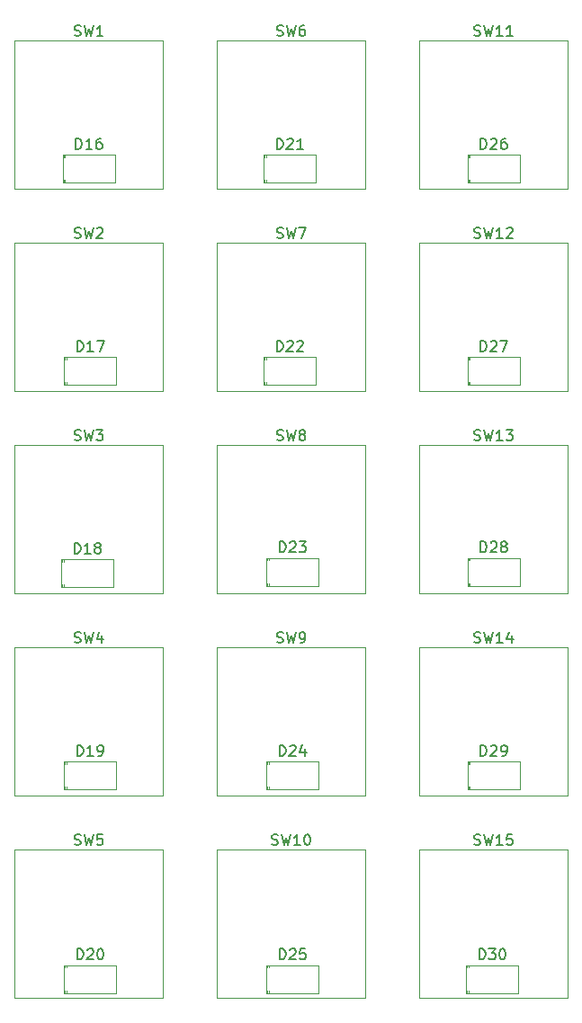
<source format=gbr>
G04 #@! TF.GenerationSoftware,KiCad,Pcbnew,(6.0.0-rc1-dev-113-g3868f21)*
G04 #@! TF.CreationDate,2018-09-11T18:01:50-04:00*
G04 #@! TF.ProjectId,CNCKeypad,434E434B65797061642E6B696361645F,rev?*
G04 #@! TF.SameCoordinates,Original*
G04 #@! TF.FileFunction,Legend,Top*
G04 #@! TF.FilePolarity,Positive*
%FSLAX46Y46*%
G04 Gerber Fmt 4.6, Leading zero omitted, Abs format (unit mm)*
G04 Created by KiCad (PCBNEW (6.0.0-rc1-dev-113-g3868f21)) date Tuesday, September 11, 2018 at 06:01:50 PM*
%MOMM*%
%LPD*%
G01*
G04 APERTURE LIST*
%ADD10C,0.120000*%
%ADD11C,0.150000*%
G04 APERTURE END LIST*
D10*
G04 #@! TO.C,SW6*
X115189000Y-77343000D02*
X115189000Y-63373000D01*
X129159000Y-77343000D02*
X115189000Y-77343000D01*
X129159000Y-63373000D02*
X129159000Y-77343000D01*
X115189000Y-63373000D02*
X129159000Y-63373000D01*
G04 #@! TO.C,SW1*
X96139000Y-77343000D02*
X96139000Y-63373000D01*
X110109000Y-77343000D02*
X96139000Y-77343000D01*
X110109000Y-63373000D02*
X110109000Y-77343000D01*
X96139000Y-63373000D02*
X110109000Y-63373000D01*
G04 #@! TO.C,SW12*
X134239000Y-96393000D02*
X134239000Y-82423000D01*
X148209000Y-96393000D02*
X134239000Y-96393000D01*
X148209000Y-82423000D02*
X148209000Y-96393000D01*
X134239000Y-82423000D02*
X148209000Y-82423000D01*
G04 #@! TO.C,SW11*
X134239000Y-77343000D02*
X134239000Y-63373000D01*
X148209000Y-77343000D02*
X134239000Y-77343000D01*
X148209000Y-63373000D02*
X148209000Y-77343000D01*
X134239000Y-63373000D02*
X148209000Y-63373000D01*
G04 #@! TO.C,SW13*
X134239000Y-115443000D02*
X134239000Y-101473000D01*
X148209000Y-115443000D02*
X134239000Y-115443000D01*
X148209000Y-101473000D02*
X148209000Y-115443000D01*
X134239000Y-101473000D02*
X148209000Y-101473000D01*
G04 #@! TO.C,SW2*
X96139000Y-96393000D02*
X96139000Y-82423000D01*
X110109000Y-96393000D02*
X96139000Y-96393000D01*
X110109000Y-82423000D02*
X110109000Y-96393000D01*
X96139000Y-82423000D02*
X110109000Y-82423000D01*
G04 #@! TO.C,SW3*
X96139000Y-115443000D02*
X96139000Y-101473000D01*
X110109000Y-115443000D02*
X96139000Y-115443000D01*
X110109000Y-101473000D02*
X110109000Y-115443000D01*
X96139000Y-101473000D02*
X110109000Y-101473000D01*
G04 #@! TO.C,SW4*
X96139000Y-134493000D02*
X96139000Y-120523000D01*
X110109000Y-134493000D02*
X96139000Y-134493000D01*
X110109000Y-120523000D02*
X110109000Y-134493000D01*
X96139000Y-120523000D02*
X110109000Y-120523000D01*
G04 #@! TO.C,SW5*
X96139000Y-153543000D02*
X96139000Y-139573000D01*
X110109000Y-153543000D02*
X96139000Y-153543000D01*
X110109000Y-139573000D02*
X110109000Y-153543000D01*
X96139000Y-139573000D02*
X110109000Y-139573000D01*
G04 #@! TO.C,SW7*
X115189000Y-96393000D02*
X115189000Y-82423000D01*
X129159000Y-96393000D02*
X115189000Y-96393000D01*
X129159000Y-82423000D02*
X129159000Y-96393000D01*
X115189000Y-82423000D02*
X129159000Y-82423000D01*
G04 #@! TO.C,SW8*
X115189000Y-115443000D02*
X115189000Y-101473000D01*
X129159000Y-115443000D02*
X115189000Y-115443000D01*
X129159000Y-101473000D02*
X129159000Y-115443000D01*
X115189000Y-101473000D02*
X129159000Y-101473000D01*
G04 #@! TO.C,SW9*
X115189000Y-134493000D02*
X115189000Y-120523000D01*
X129159000Y-134493000D02*
X115189000Y-134493000D01*
X129159000Y-120523000D02*
X129159000Y-134493000D01*
X115189000Y-120523000D02*
X129159000Y-120523000D01*
G04 #@! TO.C,SW10*
X115189000Y-153543000D02*
X115189000Y-139573000D01*
X129159000Y-153543000D02*
X115189000Y-153543000D01*
X129159000Y-139573000D02*
X129159000Y-153543000D01*
X115189000Y-139573000D02*
X129159000Y-139573000D01*
G04 #@! TO.C,SW14*
X134239000Y-134493000D02*
X134239000Y-120523000D01*
X148209000Y-134493000D02*
X134239000Y-134493000D01*
X148209000Y-120523000D02*
X148209000Y-134493000D01*
X134239000Y-120523000D02*
X148209000Y-120523000D01*
G04 #@! TO.C,SW15*
X134239000Y-153543000D02*
X134239000Y-139573000D01*
X148209000Y-153543000D02*
X134239000Y-153543000D01*
X148209000Y-139573000D02*
X148209000Y-153543000D01*
X134239000Y-139573000D02*
X148209000Y-139573000D01*
G04 #@! TO.C,D16*
X100664000Y-74128000D02*
X105584000Y-74128000D01*
X100664000Y-76748000D02*
X105584000Y-76748000D01*
X100664000Y-74128000D02*
X100664000Y-76748000D01*
X105584000Y-74128000D02*
X105584000Y-76748000D01*
X100784000Y-74128000D02*
X100784000Y-74358000D01*
X100784000Y-76518000D02*
X100784000Y-76748000D01*
X100904000Y-74128000D02*
X100904000Y-74358000D01*
X100904000Y-76518000D02*
X100904000Y-76748000D01*
G04 #@! TO.C,D17*
X101031000Y-95568000D02*
X101031000Y-95798000D01*
X101031000Y-93178000D02*
X101031000Y-93408000D01*
X100911000Y-95568000D02*
X100911000Y-95798000D01*
X100911000Y-93178000D02*
X100911000Y-93408000D01*
X105711000Y-93178000D02*
X105711000Y-95798000D01*
X100791000Y-93178000D02*
X100791000Y-95798000D01*
X100791000Y-95798000D02*
X105711000Y-95798000D01*
X100791000Y-93178000D02*
X105711000Y-93178000D01*
G04 #@! TO.C,D18*
X100537000Y-112228000D02*
X105457000Y-112228000D01*
X100537000Y-114848000D02*
X105457000Y-114848000D01*
X100537000Y-112228000D02*
X100537000Y-114848000D01*
X105457000Y-112228000D02*
X105457000Y-114848000D01*
X100657000Y-112228000D02*
X100657000Y-112458000D01*
X100657000Y-114618000D02*
X100657000Y-114848000D01*
X100777000Y-112228000D02*
X100777000Y-112458000D01*
X100777000Y-114618000D02*
X100777000Y-114848000D01*
G04 #@! TO.C,D19*
X101031000Y-133668000D02*
X101031000Y-133898000D01*
X101031000Y-131278000D02*
X101031000Y-131508000D01*
X100911000Y-133668000D02*
X100911000Y-133898000D01*
X100911000Y-131278000D02*
X100911000Y-131508000D01*
X105711000Y-131278000D02*
X105711000Y-133898000D01*
X100791000Y-131278000D02*
X100791000Y-133898000D01*
X100791000Y-133898000D02*
X105711000Y-133898000D01*
X100791000Y-131278000D02*
X105711000Y-131278000D01*
G04 #@! TO.C,D20*
X100791000Y-150455000D02*
X105711000Y-150455000D01*
X100791000Y-153075000D02*
X105711000Y-153075000D01*
X100791000Y-150455000D02*
X100791000Y-153075000D01*
X105711000Y-150455000D02*
X105711000Y-153075000D01*
X100911000Y-150455000D02*
X100911000Y-150685000D01*
X100911000Y-152845000D02*
X100911000Y-153075000D01*
X101031000Y-150455000D02*
X101031000Y-150685000D01*
X101031000Y-152845000D02*
X101031000Y-153075000D01*
G04 #@! TO.C,D21*
X119827000Y-76518000D02*
X119827000Y-76748000D01*
X119827000Y-74128000D02*
X119827000Y-74358000D01*
X119707000Y-76518000D02*
X119707000Y-76748000D01*
X119707000Y-74128000D02*
X119707000Y-74358000D01*
X124507000Y-74128000D02*
X124507000Y-76748000D01*
X119587000Y-74128000D02*
X119587000Y-76748000D01*
X119587000Y-76748000D02*
X124507000Y-76748000D01*
X119587000Y-74128000D02*
X124507000Y-74128000D01*
G04 #@! TO.C,D22*
X119587000Y-93178000D02*
X124507000Y-93178000D01*
X119587000Y-95798000D02*
X124507000Y-95798000D01*
X119587000Y-93178000D02*
X119587000Y-95798000D01*
X124507000Y-93178000D02*
X124507000Y-95798000D01*
X119707000Y-93178000D02*
X119707000Y-93408000D01*
X119707000Y-95568000D02*
X119707000Y-95798000D01*
X119827000Y-93178000D02*
X119827000Y-93408000D01*
X119827000Y-95568000D02*
X119827000Y-95798000D01*
G04 #@! TO.C,D23*
X120081000Y-114491000D02*
X120081000Y-114721000D01*
X120081000Y-112101000D02*
X120081000Y-112331000D01*
X119961000Y-114491000D02*
X119961000Y-114721000D01*
X119961000Y-112101000D02*
X119961000Y-112331000D01*
X124761000Y-112101000D02*
X124761000Y-114721000D01*
X119841000Y-112101000D02*
X119841000Y-114721000D01*
X119841000Y-114721000D02*
X124761000Y-114721000D01*
X119841000Y-112101000D02*
X124761000Y-112101000D01*
G04 #@! TO.C,D24*
X119841000Y-131278000D02*
X124761000Y-131278000D01*
X119841000Y-133898000D02*
X124761000Y-133898000D01*
X119841000Y-131278000D02*
X119841000Y-133898000D01*
X124761000Y-131278000D02*
X124761000Y-133898000D01*
X119961000Y-131278000D02*
X119961000Y-131508000D01*
X119961000Y-133668000D02*
X119961000Y-133898000D01*
X120081000Y-131278000D02*
X120081000Y-131508000D01*
X120081000Y-133668000D02*
X120081000Y-133898000D01*
G04 #@! TO.C,D25*
X120081000Y-152845000D02*
X120081000Y-153075000D01*
X120081000Y-150455000D02*
X120081000Y-150685000D01*
X119961000Y-152845000D02*
X119961000Y-153075000D01*
X119961000Y-150455000D02*
X119961000Y-150685000D01*
X124761000Y-150455000D02*
X124761000Y-153075000D01*
X119841000Y-150455000D02*
X119841000Y-153075000D01*
X119841000Y-153075000D02*
X124761000Y-153075000D01*
X119841000Y-150455000D02*
X124761000Y-150455000D01*
G04 #@! TO.C,D26*
X138764000Y-74128000D02*
X143684000Y-74128000D01*
X138764000Y-76748000D02*
X143684000Y-76748000D01*
X138764000Y-74128000D02*
X138764000Y-76748000D01*
X143684000Y-74128000D02*
X143684000Y-76748000D01*
X138884000Y-74128000D02*
X138884000Y-74358000D01*
X138884000Y-76518000D02*
X138884000Y-76748000D01*
X139004000Y-74128000D02*
X139004000Y-74358000D01*
X139004000Y-76518000D02*
X139004000Y-76748000D01*
G04 #@! TO.C,D27*
X139004000Y-95568000D02*
X139004000Y-95798000D01*
X139004000Y-93178000D02*
X139004000Y-93408000D01*
X138884000Y-95568000D02*
X138884000Y-95798000D01*
X138884000Y-93178000D02*
X138884000Y-93408000D01*
X143684000Y-93178000D02*
X143684000Y-95798000D01*
X138764000Y-93178000D02*
X138764000Y-95798000D01*
X138764000Y-95798000D02*
X143684000Y-95798000D01*
X138764000Y-93178000D02*
X143684000Y-93178000D01*
G04 #@! TO.C,D28*
X138764000Y-112101000D02*
X143684000Y-112101000D01*
X138764000Y-114721000D02*
X143684000Y-114721000D01*
X138764000Y-112101000D02*
X138764000Y-114721000D01*
X143684000Y-112101000D02*
X143684000Y-114721000D01*
X138884000Y-112101000D02*
X138884000Y-112331000D01*
X138884000Y-114491000D02*
X138884000Y-114721000D01*
X139004000Y-112101000D02*
X139004000Y-112331000D01*
X139004000Y-114491000D02*
X139004000Y-114721000D01*
G04 #@! TO.C,D29*
X139004000Y-133668000D02*
X139004000Y-133898000D01*
X139004000Y-131278000D02*
X139004000Y-131508000D01*
X138884000Y-133668000D02*
X138884000Y-133898000D01*
X138884000Y-131278000D02*
X138884000Y-131508000D01*
X143684000Y-131278000D02*
X143684000Y-133898000D01*
X138764000Y-131278000D02*
X138764000Y-133898000D01*
X138764000Y-133898000D02*
X143684000Y-133898000D01*
X138764000Y-131278000D02*
X143684000Y-131278000D01*
G04 #@! TO.C,D30*
X138637000Y-150455000D02*
X143557000Y-150455000D01*
X138637000Y-153075000D02*
X143557000Y-153075000D01*
X138637000Y-150455000D02*
X138637000Y-153075000D01*
X143557000Y-150455000D02*
X143557000Y-153075000D01*
X138757000Y-150455000D02*
X138757000Y-150685000D01*
X138757000Y-152845000D02*
X138757000Y-153075000D01*
X138877000Y-150455000D02*
X138877000Y-150685000D01*
X138877000Y-152845000D02*
X138877000Y-153075000D01*
G04 #@! TO.C,SW6*
D11*
X120840666Y-62888761D02*
X120983523Y-62936380D01*
X121221619Y-62936380D01*
X121316857Y-62888761D01*
X121364476Y-62841142D01*
X121412095Y-62745904D01*
X121412095Y-62650666D01*
X121364476Y-62555428D01*
X121316857Y-62507809D01*
X121221619Y-62460190D01*
X121031142Y-62412571D01*
X120935904Y-62364952D01*
X120888285Y-62317333D01*
X120840666Y-62222095D01*
X120840666Y-62126857D01*
X120888285Y-62031619D01*
X120935904Y-61984000D01*
X121031142Y-61936380D01*
X121269238Y-61936380D01*
X121412095Y-61984000D01*
X121745428Y-61936380D02*
X121983523Y-62936380D01*
X122174000Y-62222095D01*
X122364476Y-62936380D01*
X122602571Y-61936380D01*
X123412095Y-61936380D02*
X123221619Y-61936380D01*
X123126380Y-61984000D01*
X123078761Y-62031619D01*
X122983523Y-62174476D01*
X122935904Y-62364952D01*
X122935904Y-62745904D01*
X122983523Y-62841142D01*
X123031142Y-62888761D01*
X123126380Y-62936380D01*
X123316857Y-62936380D01*
X123412095Y-62888761D01*
X123459714Y-62841142D01*
X123507333Y-62745904D01*
X123507333Y-62507809D01*
X123459714Y-62412571D01*
X123412095Y-62364952D01*
X123316857Y-62317333D01*
X123126380Y-62317333D01*
X123031142Y-62364952D01*
X122983523Y-62412571D01*
X122935904Y-62507809D01*
G04 #@! TO.C,SW1*
X101790666Y-62888761D02*
X101933523Y-62936380D01*
X102171619Y-62936380D01*
X102266857Y-62888761D01*
X102314476Y-62841142D01*
X102362095Y-62745904D01*
X102362095Y-62650666D01*
X102314476Y-62555428D01*
X102266857Y-62507809D01*
X102171619Y-62460190D01*
X101981142Y-62412571D01*
X101885904Y-62364952D01*
X101838285Y-62317333D01*
X101790666Y-62222095D01*
X101790666Y-62126857D01*
X101838285Y-62031619D01*
X101885904Y-61984000D01*
X101981142Y-61936380D01*
X102219238Y-61936380D01*
X102362095Y-61984000D01*
X102695428Y-61936380D02*
X102933523Y-62936380D01*
X103124000Y-62222095D01*
X103314476Y-62936380D01*
X103552571Y-61936380D01*
X104457333Y-62936380D02*
X103885904Y-62936380D01*
X104171619Y-62936380D02*
X104171619Y-61936380D01*
X104076380Y-62079238D01*
X103981142Y-62174476D01*
X103885904Y-62222095D01*
G04 #@! TO.C,SW12*
X139414476Y-81938761D02*
X139557333Y-81986380D01*
X139795428Y-81986380D01*
X139890666Y-81938761D01*
X139938285Y-81891142D01*
X139985904Y-81795904D01*
X139985904Y-81700666D01*
X139938285Y-81605428D01*
X139890666Y-81557809D01*
X139795428Y-81510190D01*
X139604952Y-81462571D01*
X139509714Y-81414952D01*
X139462095Y-81367333D01*
X139414476Y-81272095D01*
X139414476Y-81176857D01*
X139462095Y-81081619D01*
X139509714Y-81034000D01*
X139604952Y-80986380D01*
X139843047Y-80986380D01*
X139985904Y-81034000D01*
X140319238Y-80986380D02*
X140557333Y-81986380D01*
X140747809Y-81272095D01*
X140938285Y-81986380D01*
X141176380Y-80986380D01*
X142081142Y-81986380D02*
X141509714Y-81986380D01*
X141795428Y-81986380D02*
X141795428Y-80986380D01*
X141700190Y-81129238D01*
X141604952Y-81224476D01*
X141509714Y-81272095D01*
X142462095Y-81081619D02*
X142509714Y-81034000D01*
X142604952Y-80986380D01*
X142843047Y-80986380D01*
X142938285Y-81034000D01*
X142985904Y-81081619D01*
X143033523Y-81176857D01*
X143033523Y-81272095D01*
X142985904Y-81414952D01*
X142414476Y-81986380D01*
X143033523Y-81986380D01*
G04 #@! TO.C,SW11*
X139414476Y-62888761D02*
X139557333Y-62936380D01*
X139795428Y-62936380D01*
X139890666Y-62888761D01*
X139938285Y-62841142D01*
X139985904Y-62745904D01*
X139985904Y-62650666D01*
X139938285Y-62555428D01*
X139890666Y-62507809D01*
X139795428Y-62460190D01*
X139604952Y-62412571D01*
X139509714Y-62364952D01*
X139462095Y-62317333D01*
X139414476Y-62222095D01*
X139414476Y-62126857D01*
X139462095Y-62031619D01*
X139509714Y-61984000D01*
X139604952Y-61936380D01*
X139843047Y-61936380D01*
X139985904Y-61984000D01*
X140319238Y-61936380D02*
X140557333Y-62936380D01*
X140747809Y-62222095D01*
X140938285Y-62936380D01*
X141176380Y-61936380D01*
X142081142Y-62936380D02*
X141509714Y-62936380D01*
X141795428Y-62936380D02*
X141795428Y-61936380D01*
X141700190Y-62079238D01*
X141604952Y-62174476D01*
X141509714Y-62222095D01*
X143033523Y-62936380D02*
X142462095Y-62936380D01*
X142747809Y-62936380D02*
X142747809Y-61936380D01*
X142652571Y-62079238D01*
X142557333Y-62174476D01*
X142462095Y-62222095D01*
G04 #@! TO.C,SW13*
X139414476Y-100988761D02*
X139557333Y-101036380D01*
X139795428Y-101036380D01*
X139890666Y-100988761D01*
X139938285Y-100941142D01*
X139985904Y-100845904D01*
X139985904Y-100750666D01*
X139938285Y-100655428D01*
X139890666Y-100607809D01*
X139795428Y-100560190D01*
X139604952Y-100512571D01*
X139509714Y-100464952D01*
X139462095Y-100417333D01*
X139414476Y-100322095D01*
X139414476Y-100226857D01*
X139462095Y-100131619D01*
X139509714Y-100084000D01*
X139604952Y-100036380D01*
X139843047Y-100036380D01*
X139985904Y-100084000D01*
X140319238Y-100036380D02*
X140557333Y-101036380D01*
X140747809Y-100322095D01*
X140938285Y-101036380D01*
X141176380Y-100036380D01*
X142081142Y-101036380D02*
X141509714Y-101036380D01*
X141795428Y-101036380D02*
X141795428Y-100036380D01*
X141700190Y-100179238D01*
X141604952Y-100274476D01*
X141509714Y-100322095D01*
X142414476Y-100036380D02*
X143033523Y-100036380D01*
X142700190Y-100417333D01*
X142843047Y-100417333D01*
X142938285Y-100464952D01*
X142985904Y-100512571D01*
X143033523Y-100607809D01*
X143033523Y-100845904D01*
X142985904Y-100941142D01*
X142938285Y-100988761D01*
X142843047Y-101036380D01*
X142557333Y-101036380D01*
X142462095Y-100988761D01*
X142414476Y-100941142D01*
G04 #@! TO.C,SW2*
X101790666Y-81938761D02*
X101933523Y-81986380D01*
X102171619Y-81986380D01*
X102266857Y-81938761D01*
X102314476Y-81891142D01*
X102362095Y-81795904D01*
X102362095Y-81700666D01*
X102314476Y-81605428D01*
X102266857Y-81557809D01*
X102171619Y-81510190D01*
X101981142Y-81462571D01*
X101885904Y-81414952D01*
X101838285Y-81367333D01*
X101790666Y-81272095D01*
X101790666Y-81176857D01*
X101838285Y-81081619D01*
X101885904Y-81034000D01*
X101981142Y-80986380D01*
X102219238Y-80986380D01*
X102362095Y-81034000D01*
X102695428Y-80986380D02*
X102933523Y-81986380D01*
X103124000Y-81272095D01*
X103314476Y-81986380D01*
X103552571Y-80986380D01*
X103885904Y-81081619D02*
X103933523Y-81034000D01*
X104028761Y-80986380D01*
X104266857Y-80986380D01*
X104362095Y-81034000D01*
X104409714Y-81081619D01*
X104457333Y-81176857D01*
X104457333Y-81272095D01*
X104409714Y-81414952D01*
X103838285Y-81986380D01*
X104457333Y-81986380D01*
G04 #@! TO.C,SW3*
X101790666Y-100988761D02*
X101933523Y-101036380D01*
X102171619Y-101036380D01*
X102266857Y-100988761D01*
X102314476Y-100941142D01*
X102362095Y-100845904D01*
X102362095Y-100750666D01*
X102314476Y-100655428D01*
X102266857Y-100607809D01*
X102171619Y-100560190D01*
X101981142Y-100512571D01*
X101885904Y-100464952D01*
X101838285Y-100417333D01*
X101790666Y-100322095D01*
X101790666Y-100226857D01*
X101838285Y-100131619D01*
X101885904Y-100084000D01*
X101981142Y-100036380D01*
X102219238Y-100036380D01*
X102362095Y-100084000D01*
X102695428Y-100036380D02*
X102933523Y-101036380D01*
X103124000Y-100322095D01*
X103314476Y-101036380D01*
X103552571Y-100036380D01*
X103838285Y-100036380D02*
X104457333Y-100036380D01*
X104124000Y-100417333D01*
X104266857Y-100417333D01*
X104362095Y-100464952D01*
X104409714Y-100512571D01*
X104457333Y-100607809D01*
X104457333Y-100845904D01*
X104409714Y-100941142D01*
X104362095Y-100988761D01*
X104266857Y-101036380D01*
X103981142Y-101036380D01*
X103885904Y-100988761D01*
X103838285Y-100941142D01*
G04 #@! TO.C,SW4*
X101790666Y-120038761D02*
X101933523Y-120086380D01*
X102171619Y-120086380D01*
X102266857Y-120038761D01*
X102314476Y-119991142D01*
X102362095Y-119895904D01*
X102362095Y-119800666D01*
X102314476Y-119705428D01*
X102266857Y-119657809D01*
X102171619Y-119610190D01*
X101981142Y-119562571D01*
X101885904Y-119514952D01*
X101838285Y-119467333D01*
X101790666Y-119372095D01*
X101790666Y-119276857D01*
X101838285Y-119181619D01*
X101885904Y-119134000D01*
X101981142Y-119086380D01*
X102219238Y-119086380D01*
X102362095Y-119134000D01*
X102695428Y-119086380D02*
X102933523Y-120086380D01*
X103124000Y-119372095D01*
X103314476Y-120086380D01*
X103552571Y-119086380D01*
X104362095Y-119419714D02*
X104362095Y-120086380D01*
X104124000Y-119038761D02*
X103885904Y-119753047D01*
X104504952Y-119753047D01*
G04 #@! TO.C,SW5*
X101790666Y-139088761D02*
X101933523Y-139136380D01*
X102171619Y-139136380D01*
X102266857Y-139088761D01*
X102314476Y-139041142D01*
X102362095Y-138945904D01*
X102362095Y-138850666D01*
X102314476Y-138755428D01*
X102266857Y-138707809D01*
X102171619Y-138660190D01*
X101981142Y-138612571D01*
X101885904Y-138564952D01*
X101838285Y-138517333D01*
X101790666Y-138422095D01*
X101790666Y-138326857D01*
X101838285Y-138231619D01*
X101885904Y-138184000D01*
X101981142Y-138136380D01*
X102219238Y-138136380D01*
X102362095Y-138184000D01*
X102695428Y-138136380D02*
X102933523Y-139136380D01*
X103124000Y-138422095D01*
X103314476Y-139136380D01*
X103552571Y-138136380D01*
X104409714Y-138136380D02*
X103933523Y-138136380D01*
X103885904Y-138612571D01*
X103933523Y-138564952D01*
X104028761Y-138517333D01*
X104266857Y-138517333D01*
X104362095Y-138564952D01*
X104409714Y-138612571D01*
X104457333Y-138707809D01*
X104457333Y-138945904D01*
X104409714Y-139041142D01*
X104362095Y-139088761D01*
X104266857Y-139136380D01*
X104028761Y-139136380D01*
X103933523Y-139088761D01*
X103885904Y-139041142D01*
G04 #@! TO.C,SW7*
X120840666Y-81938761D02*
X120983523Y-81986380D01*
X121221619Y-81986380D01*
X121316857Y-81938761D01*
X121364476Y-81891142D01*
X121412095Y-81795904D01*
X121412095Y-81700666D01*
X121364476Y-81605428D01*
X121316857Y-81557809D01*
X121221619Y-81510190D01*
X121031142Y-81462571D01*
X120935904Y-81414952D01*
X120888285Y-81367333D01*
X120840666Y-81272095D01*
X120840666Y-81176857D01*
X120888285Y-81081619D01*
X120935904Y-81034000D01*
X121031142Y-80986380D01*
X121269238Y-80986380D01*
X121412095Y-81034000D01*
X121745428Y-80986380D02*
X121983523Y-81986380D01*
X122174000Y-81272095D01*
X122364476Y-81986380D01*
X122602571Y-80986380D01*
X122888285Y-80986380D02*
X123554952Y-80986380D01*
X123126380Y-81986380D01*
G04 #@! TO.C,SW8*
X120840666Y-100988761D02*
X120983523Y-101036380D01*
X121221619Y-101036380D01*
X121316857Y-100988761D01*
X121364476Y-100941142D01*
X121412095Y-100845904D01*
X121412095Y-100750666D01*
X121364476Y-100655428D01*
X121316857Y-100607809D01*
X121221619Y-100560190D01*
X121031142Y-100512571D01*
X120935904Y-100464952D01*
X120888285Y-100417333D01*
X120840666Y-100322095D01*
X120840666Y-100226857D01*
X120888285Y-100131619D01*
X120935904Y-100084000D01*
X121031142Y-100036380D01*
X121269238Y-100036380D01*
X121412095Y-100084000D01*
X121745428Y-100036380D02*
X121983523Y-101036380D01*
X122174000Y-100322095D01*
X122364476Y-101036380D01*
X122602571Y-100036380D01*
X123126380Y-100464952D02*
X123031142Y-100417333D01*
X122983523Y-100369714D01*
X122935904Y-100274476D01*
X122935904Y-100226857D01*
X122983523Y-100131619D01*
X123031142Y-100084000D01*
X123126380Y-100036380D01*
X123316857Y-100036380D01*
X123412095Y-100084000D01*
X123459714Y-100131619D01*
X123507333Y-100226857D01*
X123507333Y-100274476D01*
X123459714Y-100369714D01*
X123412095Y-100417333D01*
X123316857Y-100464952D01*
X123126380Y-100464952D01*
X123031142Y-100512571D01*
X122983523Y-100560190D01*
X122935904Y-100655428D01*
X122935904Y-100845904D01*
X122983523Y-100941142D01*
X123031142Y-100988761D01*
X123126380Y-101036380D01*
X123316857Y-101036380D01*
X123412095Y-100988761D01*
X123459714Y-100941142D01*
X123507333Y-100845904D01*
X123507333Y-100655428D01*
X123459714Y-100560190D01*
X123412095Y-100512571D01*
X123316857Y-100464952D01*
G04 #@! TO.C,SW9*
X120840666Y-120038761D02*
X120983523Y-120086380D01*
X121221619Y-120086380D01*
X121316857Y-120038761D01*
X121364476Y-119991142D01*
X121412095Y-119895904D01*
X121412095Y-119800666D01*
X121364476Y-119705428D01*
X121316857Y-119657809D01*
X121221619Y-119610190D01*
X121031142Y-119562571D01*
X120935904Y-119514952D01*
X120888285Y-119467333D01*
X120840666Y-119372095D01*
X120840666Y-119276857D01*
X120888285Y-119181619D01*
X120935904Y-119134000D01*
X121031142Y-119086380D01*
X121269238Y-119086380D01*
X121412095Y-119134000D01*
X121745428Y-119086380D02*
X121983523Y-120086380D01*
X122174000Y-119372095D01*
X122364476Y-120086380D01*
X122602571Y-119086380D01*
X123031142Y-120086380D02*
X123221619Y-120086380D01*
X123316857Y-120038761D01*
X123364476Y-119991142D01*
X123459714Y-119848285D01*
X123507333Y-119657809D01*
X123507333Y-119276857D01*
X123459714Y-119181619D01*
X123412095Y-119134000D01*
X123316857Y-119086380D01*
X123126380Y-119086380D01*
X123031142Y-119134000D01*
X122983523Y-119181619D01*
X122935904Y-119276857D01*
X122935904Y-119514952D01*
X122983523Y-119610190D01*
X123031142Y-119657809D01*
X123126380Y-119705428D01*
X123316857Y-119705428D01*
X123412095Y-119657809D01*
X123459714Y-119610190D01*
X123507333Y-119514952D01*
G04 #@! TO.C,SW10*
X120364476Y-139088761D02*
X120507333Y-139136380D01*
X120745428Y-139136380D01*
X120840666Y-139088761D01*
X120888285Y-139041142D01*
X120935904Y-138945904D01*
X120935904Y-138850666D01*
X120888285Y-138755428D01*
X120840666Y-138707809D01*
X120745428Y-138660190D01*
X120554952Y-138612571D01*
X120459714Y-138564952D01*
X120412095Y-138517333D01*
X120364476Y-138422095D01*
X120364476Y-138326857D01*
X120412095Y-138231619D01*
X120459714Y-138184000D01*
X120554952Y-138136380D01*
X120793047Y-138136380D01*
X120935904Y-138184000D01*
X121269238Y-138136380D02*
X121507333Y-139136380D01*
X121697809Y-138422095D01*
X121888285Y-139136380D01*
X122126380Y-138136380D01*
X123031142Y-139136380D02*
X122459714Y-139136380D01*
X122745428Y-139136380D02*
X122745428Y-138136380D01*
X122650190Y-138279238D01*
X122554952Y-138374476D01*
X122459714Y-138422095D01*
X123650190Y-138136380D02*
X123745428Y-138136380D01*
X123840666Y-138184000D01*
X123888285Y-138231619D01*
X123935904Y-138326857D01*
X123983523Y-138517333D01*
X123983523Y-138755428D01*
X123935904Y-138945904D01*
X123888285Y-139041142D01*
X123840666Y-139088761D01*
X123745428Y-139136380D01*
X123650190Y-139136380D01*
X123554952Y-139088761D01*
X123507333Y-139041142D01*
X123459714Y-138945904D01*
X123412095Y-138755428D01*
X123412095Y-138517333D01*
X123459714Y-138326857D01*
X123507333Y-138231619D01*
X123554952Y-138184000D01*
X123650190Y-138136380D01*
G04 #@! TO.C,SW14*
X139414476Y-120038761D02*
X139557333Y-120086380D01*
X139795428Y-120086380D01*
X139890666Y-120038761D01*
X139938285Y-119991142D01*
X139985904Y-119895904D01*
X139985904Y-119800666D01*
X139938285Y-119705428D01*
X139890666Y-119657809D01*
X139795428Y-119610190D01*
X139604952Y-119562571D01*
X139509714Y-119514952D01*
X139462095Y-119467333D01*
X139414476Y-119372095D01*
X139414476Y-119276857D01*
X139462095Y-119181619D01*
X139509714Y-119134000D01*
X139604952Y-119086380D01*
X139843047Y-119086380D01*
X139985904Y-119134000D01*
X140319238Y-119086380D02*
X140557333Y-120086380D01*
X140747809Y-119372095D01*
X140938285Y-120086380D01*
X141176380Y-119086380D01*
X142081142Y-120086380D02*
X141509714Y-120086380D01*
X141795428Y-120086380D02*
X141795428Y-119086380D01*
X141700190Y-119229238D01*
X141604952Y-119324476D01*
X141509714Y-119372095D01*
X142938285Y-119419714D02*
X142938285Y-120086380D01*
X142700190Y-119038761D02*
X142462095Y-119753047D01*
X143081142Y-119753047D01*
G04 #@! TO.C,SW15*
X139414476Y-139088761D02*
X139557333Y-139136380D01*
X139795428Y-139136380D01*
X139890666Y-139088761D01*
X139938285Y-139041142D01*
X139985904Y-138945904D01*
X139985904Y-138850666D01*
X139938285Y-138755428D01*
X139890666Y-138707809D01*
X139795428Y-138660190D01*
X139604952Y-138612571D01*
X139509714Y-138564952D01*
X139462095Y-138517333D01*
X139414476Y-138422095D01*
X139414476Y-138326857D01*
X139462095Y-138231619D01*
X139509714Y-138184000D01*
X139604952Y-138136380D01*
X139843047Y-138136380D01*
X139985904Y-138184000D01*
X140319238Y-138136380D02*
X140557333Y-139136380D01*
X140747809Y-138422095D01*
X140938285Y-139136380D01*
X141176380Y-138136380D01*
X142081142Y-139136380D02*
X141509714Y-139136380D01*
X141795428Y-139136380D02*
X141795428Y-138136380D01*
X141700190Y-138279238D01*
X141604952Y-138374476D01*
X141509714Y-138422095D01*
X142985904Y-138136380D02*
X142509714Y-138136380D01*
X142462095Y-138612571D01*
X142509714Y-138564952D01*
X142604952Y-138517333D01*
X142843047Y-138517333D01*
X142938285Y-138564952D01*
X142985904Y-138612571D01*
X143033523Y-138707809D01*
X143033523Y-138945904D01*
X142985904Y-139041142D01*
X142938285Y-139088761D01*
X142843047Y-139136380D01*
X142604952Y-139136380D01*
X142509714Y-139088761D01*
X142462095Y-139041142D01*
G04 #@! TO.C,D16*
X101909714Y-73580380D02*
X101909714Y-72580380D01*
X102147809Y-72580380D01*
X102290666Y-72628000D01*
X102385904Y-72723238D01*
X102433523Y-72818476D01*
X102481142Y-73008952D01*
X102481142Y-73151809D01*
X102433523Y-73342285D01*
X102385904Y-73437523D01*
X102290666Y-73532761D01*
X102147809Y-73580380D01*
X101909714Y-73580380D01*
X103433523Y-73580380D02*
X102862095Y-73580380D01*
X103147809Y-73580380D02*
X103147809Y-72580380D01*
X103052571Y-72723238D01*
X102957333Y-72818476D01*
X102862095Y-72866095D01*
X104290666Y-72580380D02*
X104100190Y-72580380D01*
X104004952Y-72628000D01*
X103957333Y-72675619D01*
X103862095Y-72818476D01*
X103814476Y-73008952D01*
X103814476Y-73389904D01*
X103862095Y-73485142D01*
X103909714Y-73532761D01*
X104004952Y-73580380D01*
X104195428Y-73580380D01*
X104290666Y-73532761D01*
X104338285Y-73485142D01*
X104385904Y-73389904D01*
X104385904Y-73151809D01*
X104338285Y-73056571D01*
X104290666Y-73008952D01*
X104195428Y-72961333D01*
X104004952Y-72961333D01*
X103909714Y-73008952D01*
X103862095Y-73056571D01*
X103814476Y-73151809D01*
G04 #@! TO.C,D17*
X102036714Y-92630380D02*
X102036714Y-91630380D01*
X102274809Y-91630380D01*
X102417666Y-91678000D01*
X102512904Y-91773238D01*
X102560523Y-91868476D01*
X102608142Y-92058952D01*
X102608142Y-92201809D01*
X102560523Y-92392285D01*
X102512904Y-92487523D01*
X102417666Y-92582761D01*
X102274809Y-92630380D01*
X102036714Y-92630380D01*
X103560523Y-92630380D02*
X102989095Y-92630380D01*
X103274809Y-92630380D02*
X103274809Y-91630380D01*
X103179571Y-91773238D01*
X103084333Y-91868476D01*
X102989095Y-91916095D01*
X103893857Y-91630380D02*
X104560523Y-91630380D01*
X104131952Y-92630380D01*
G04 #@! TO.C,D18*
X101782714Y-111680380D02*
X101782714Y-110680380D01*
X102020809Y-110680380D01*
X102163666Y-110728000D01*
X102258904Y-110823238D01*
X102306523Y-110918476D01*
X102354142Y-111108952D01*
X102354142Y-111251809D01*
X102306523Y-111442285D01*
X102258904Y-111537523D01*
X102163666Y-111632761D01*
X102020809Y-111680380D01*
X101782714Y-111680380D01*
X103306523Y-111680380D02*
X102735095Y-111680380D01*
X103020809Y-111680380D02*
X103020809Y-110680380D01*
X102925571Y-110823238D01*
X102830333Y-110918476D01*
X102735095Y-110966095D01*
X103877952Y-111108952D02*
X103782714Y-111061333D01*
X103735095Y-111013714D01*
X103687476Y-110918476D01*
X103687476Y-110870857D01*
X103735095Y-110775619D01*
X103782714Y-110728000D01*
X103877952Y-110680380D01*
X104068428Y-110680380D01*
X104163666Y-110728000D01*
X104211285Y-110775619D01*
X104258904Y-110870857D01*
X104258904Y-110918476D01*
X104211285Y-111013714D01*
X104163666Y-111061333D01*
X104068428Y-111108952D01*
X103877952Y-111108952D01*
X103782714Y-111156571D01*
X103735095Y-111204190D01*
X103687476Y-111299428D01*
X103687476Y-111489904D01*
X103735095Y-111585142D01*
X103782714Y-111632761D01*
X103877952Y-111680380D01*
X104068428Y-111680380D01*
X104163666Y-111632761D01*
X104211285Y-111585142D01*
X104258904Y-111489904D01*
X104258904Y-111299428D01*
X104211285Y-111204190D01*
X104163666Y-111156571D01*
X104068428Y-111108952D01*
G04 #@! TO.C,D19*
X102036714Y-130730380D02*
X102036714Y-129730380D01*
X102274809Y-129730380D01*
X102417666Y-129778000D01*
X102512904Y-129873238D01*
X102560523Y-129968476D01*
X102608142Y-130158952D01*
X102608142Y-130301809D01*
X102560523Y-130492285D01*
X102512904Y-130587523D01*
X102417666Y-130682761D01*
X102274809Y-130730380D01*
X102036714Y-130730380D01*
X103560523Y-130730380D02*
X102989095Y-130730380D01*
X103274809Y-130730380D02*
X103274809Y-129730380D01*
X103179571Y-129873238D01*
X103084333Y-129968476D01*
X102989095Y-130016095D01*
X104036714Y-130730380D02*
X104227190Y-130730380D01*
X104322428Y-130682761D01*
X104370047Y-130635142D01*
X104465285Y-130492285D01*
X104512904Y-130301809D01*
X104512904Y-129920857D01*
X104465285Y-129825619D01*
X104417666Y-129778000D01*
X104322428Y-129730380D01*
X104131952Y-129730380D01*
X104036714Y-129778000D01*
X103989095Y-129825619D01*
X103941476Y-129920857D01*
X103941476Y-130158952D01*
X103989095Y-130254190D01*
X104036714Y-130301809D01*
X104131952Y-130349428D01*
X104322428Y-130349428D01*
X104417666Y-130301809D01*
X104465285Y-130254190D01*
X104512904Y-130158952D01*
G04 #@! TO.C,D20*
X102036714Y-149907380D02*
X102036714Y-148907380D01*
X102274809Y-148907380D01*
X102417666Y-148955000D01*
X102512904Y-149050238D01*
X102560523Y-149145476D01*
X102608142Y-149335952D01*
X102608142Y-149478809D01*
X102560523Y-149669285D01*
X102512904Y-149764523D01*
X102417666Y-149859761D01*
X102274809Y-149907380D01*
X102036714Y-149907380D01*
X102989095Y-149002619D02*
X103036714Y-148955000D01*
X103131952Y-148907380D01*
X103370047Y-148907380D01*
X103465285Y-148955000D01*
X103512904Y-149002619D01*
X103560523Y-149097857D01*
X103560523Y-149193095D01*
X103512904Y-149335952D01*
X102941476Y-149907380D01*
X103560523Y-149907380D01*
X104179571Y-148907380D02*
X104274809Y-148907380D01*
X104370047Y-148955000D01*
X104417666Y-149002619D01*
X104465285Y-149097857D01*
X104512904Y-149288333D01*
X104512904Y-149526428D01*
X104465285Y-149716904D01*
X104417666Y-149812142D01*
X104370047Y-149859761D01*
X104274809Y-149907380D01*
X104179571Y-149907380D01*
X104084333Y-149859761D01*
X104036714Y-149812142D01*
X103989095Y-149716904D01*
X103941476Y-149526428D01*
X103941476Y-149288333D01*
X103989095Y-149097857D01*
X104036714Y-149002619D01*
X104084333Y-148955000D01*
X104179571Y-148907380D01*
G04 #@! TO.C,D21*
X120832714Y-73580380D02*
X120832714Y-72580380D01*
X121070809Y-72580380D01*
X121213666Y-72628000D01*
X121308904Y-72723238D01*
X121356523Y-72818476D01*
X121404142Y-73008952D01*
X121404142Y-73151809D01*
X121356523Y-73342285D01*
X121308904Y-73437523D01*
X121213666Y-73532761D01*
X121070809Y-73580380D01*
X120832714Y-73580380D01*
X121785095Y-72675619D02*
X121832714Y-72628000D01*
X121927952Y-72580380D01*
X122166047Y-72580380D01*
X122261285Y-72628000D01*
X122308904Y-72675619D01*
X122356523Y-72770857D01*
X122356523Y-72866095D01*
X122308904Y-73008952D01*
X121737476Y-73580380D01*
X122356523Y-73580380D01*
X123308904Y-73580380D02*
X122737476Y-73580380D01*
X123023190Y-73580380D02*
X123023190Y-72580380D01*
X122927952Y-72723238D01*
X122832714Y-72818476D01*
X122737476Y-72866095D01*
G04 #@! TO.C,D22*
X120832714Y-92630380D02*
X120832714Y-91630380D01*
X121070809Y-91630380D01*
X121213666Y-91678000D01*
X121308904Y-91773238D01*
X121356523Y-91868476D01*
X121404142Y-92058952D01*
X121404142Y-92201809D01*
X121356523Y-92392285D01*
X121308904Y-92487523D01*
X121213666Y-92582761D01*
X121070809Y-92630380D01*
X120832714Y-92630380D01*
X121785095Y-91725619D02*
X121832714Y-91678000D01*
X121927952Y-91630380D01*
X122166047Y-91630380D01*
X122261285Y-91678000D01*
X122308904Y-91725619D01*
X122356523Y-91820857D01*
X122356523Y-91916095D01*
X122308904Y-92058952D01*
X121737476Y-92630380D01*
X122356523Y-92630380D01*
X122737476Y-91725619D02*
X122785095Y-91678000D01*
X122880333Y-91630380D01*
X123118428Y-91630380D01*
X123213666Y-91678000D01*
X123261285Y-91725619D01*
X123308904Y-91820857D01*
X123308904Y-91916095D01*
X123261285Y-92058952D01*
X122689857Y-92630380D01*
X123308904Y-92630380D01*
G04 #@! TO.C,D23*
X121086714Y-111553380D02*
X121086714Y-110553380D01*
X121324809Y-110553380D01*
X121467666Y-110601000D01*
X121562904Y-110696238D01*
X121610523Y-110791476D01*
X121658142Y-110981952D01*
X121658142Y-111124809D01*
X121610523Y-111315285D01*
X121562904Y-111410523D01*
X121467666Y-111505761D01*
X121324809Y-111553380D01*
X121086714Y-111553380D01*
X122039095Y-110648619D02*
X122086714Y-110601000D01*
X122181952Y-110553380D01*
X122420047Y-110553380D01*
X122515285Y-110601000D01*
X122562904Y-110648619D01*
X122610523Y-110743857D01*
X122610523Y-110839095D01*
X122562904Y-110981952D01*
X121991476Y-111553380D01*
X122610523Y-111553380D01*
X122943857Y-110553380D02*
X123562904Y-110553380D01*
X123229571Y-110934333D01*
X123372428Y-110934333D01*
X123467666Y-110981952D01*
X123515285Y-111029571D01*
X123562904Y-111124809D01*
X123562904Y-111362904D01*
X123515285Y-111458142D01*
X123467666Y-111505761D01*
X123372428Y-111553380D01*
X123086714Y-111553380D01*
X122991476Y-111505761D01*
X122943857Y-111458142D01*
G04 #@! TO.C,D24*
X121086714Y-130730380D02*
X121086714Y-129730380D01*
X121324809Y-129730380D01*
X121467666Y-129778000D01*
X121562904Y-129873238D01*
X121610523Y-129968476D01*
X121658142Y-130158952D01*
X121658142Y-130301809D01*
X121610523Y-130492285D01*
X121562904Y-130587523D01*
X121467666Y-130682761D01*
X121324809Y-130730380D01*
X121086714Y-130730380D01*
X122039095Y-129825619D02*
X122086714Y-129778000D01*
X122181952Y-129730380D01*
X122420047Y-129730380D01*
X122515285Y-129778000D01*
X122562904Y-129825619D01*
X122610523Y-129920857D01*
X122610523Y-130016095D01*
X122562904Y-130158952D01*
X121991476Y-130730380D01*
X122610523Y-130730380D01*
X123467666Y-130063714D02*
X123467666Y-130730380D01*
X123229571Y-129682761D02*
X122991476Y-130397047D01*
X123610523Y-130397047D01*
G04 #@! TO.C,D25*
X121086714Y-149907380D02*
X121086714Y-148907380D01*
X121324809Y-148907380D01*
X121467666Y-148955000D01*
X121562904Y-149050238D01*
X121610523Y-149145476D01*
X121658142Y-149335952D01*
X121658142Y-149478809D01*
X121610523Y-149669285D01*
X121562904Y-149764523D01*
X121467666Y-149859761D01*
X121324809Y-149907380D01*
X121086714Y-149907380D01*
X122039095Y-149002619D02*
X122086714Y-148955000D01*
X122181952Y-148907380D01*
X122420047Y-148907380D01*
X122515285Y-148955000D01*
X122562904Y-149002619D01*
X122610523Y-149097857D01*
X122610523Y-149193095D01*
X122562904Y-149335952D01*
X121991476Y-149907380D01*
X122610523Y-149907380D01*
X123515285Y-148907380D02*
X123039095Y-148907380D01*
X122991476Y-149383571D01*
X123039095Y-149335952D01*
X123134333Y-149288333D01*
X123372428Y-149288333D01*
X123467666Y-149335952D01*
X123515285Y-149383571D01*
X123562904Y-149478809D01*
X123562904Y-149716904D01*
X123515285Y-149812142D01*
X123467666Y-149859761D01*
X123372428Y-149907380D01*
X123134333Y-149907380D01*
X123039095Y-149859761D01*
X122991476Y-149812142D01*
G04 #@! TO.C,D26*
X140009714Y-73580380D02*
X140009714Y-72580380D01*
X140247809Y-72580380D01*
X140390666Y-72628000D01*
X140485904Y-72723238D01*
X140533523Y-72818476D01*
X140581142Y-73008952D01*
X140581142Y-73151809D01*
X140533523Y-73342285D01*
X140485904Y-73437523D01*
X140390666Y-73532761D01*
X140247809Y-73580380D01*
X140009714Y-73580380D01*
X140962095Y-72675619D02*
X141009714Y-72628000D01*
X141104952Y-72580380D01*
X141343047Y-72580380D01*
X141438285Y-72628000D01*
X141485904Y-72675619D01*
X141533523Y-72770857D01*
X141533523Y-72866095D01*
X141485904Y-73008952D01*
X140914476Y-73580380D01*
X141533523Y-73580380D01*
X142390666Y-72580380D02*
X142200190Y-72580380D01*
X142104952Y-72628000D01*
X142057333Y-72675619D01*
X141962095Y-72818476D01*
X141914476Y-73008952D01*
X141914476Y-73389904D01*
X141962095Y-73485142D01*
X142009714Y-73532761D01*
X142104952Y-73580380D01*
X142295428Y-73580380D01*
X142390666Y-73532761D01*
X142438285Y-73485142D01*
X142485904Y-73389904D01*
X142485904Y-73151809D01*
X142438285Y-73056571D01*
X142390666Y-73008952D01*
X142295428Y-72961333D01*
X142104952Y-72961333D01*
X142009714Y-73008952D01*
X141962095Y-73056571D01*
X141914476Y-73151809D01*
G04 #@! TO.C,D27*
X140009714Y-92630380D02*
X140009714Y-91630380D01*
X140247809Y-91630380D01*
X140390666Y-91678000D01*
X140485904Y-91773238D01*
X140533523Y-91868476D01*
X140581142Y-92058952D01*
X140581142Y-92201809D01*
X140533523Y-92392285D01*
X140485904Y-92487523D01*
X140390666Y-92582761D01*
X140247809Y-92630380D01*
X140009714Y-92630380D01*
X140962095Y-91725619D02*
X141009714Y-91678000D01*
X141104952Y-91630380D01*
X141343047Y-91630380D01*
X141438285Y-91678000D01*
X141485904Y-91725619D01*
X141533523Y-91820857D01*
X141533523Y-91916095D01*
X141485904Y-92058952D01*
X140914476Y-92630380D01*
X141533523Y-92630380D01*
X141866857Y-91630380D02*
X142533523Y-91630380D01*
X142104952Y-92630380D01*
G04 #@! TO.C,D28*
X140009714Y-111553380D02*
X140009714Y-110553380D01*
X140247809Y-110553380D01*
X140390666Y-110601000D01*
X140485904Y-110696238D01*
X140533523Y-110791476D01*
X140581142Y-110981952D01*
X140581142Y-111124809D01*
X140533523Y-111315285D01*
X140485904Y-111410523D01*
X140390666Y-111505761D01*
X140247809Y-111553380D01*
X140009714Y-111553380D01*
X140962095Y-110648619D02*
X141009714Y-110601000D01*
X141104952Y-110553380D01*
X141343047Y-110553380D01*
X141438285Y-110601000D01*
X141485904Y-110648619D01*
X141533523Y-110743857D01*
X141533523Y-110839095D01*
X141485904Y-110981952D01*
X140914476Y-111553380D01*
X141533523Y-111553380D01*
X142104952Y-110981952D02*
X142009714Y-110934333D01*
X141962095Y-110886714D01*
X141914476Y-110791476D01*
X141914476Y-110743857D01*
X141962095Y-110648619D01*
X142009714Y-110601000D01*
X142104952Y-110553380D01*
X142295428Y-110553380D01*
X142390666Y-110601000D01*
X142438285Y-110648619D01*
X142485904Y-110743857D01*
X142485904Y-110791476D01*
X142438285Y-110886714D01*
X142390666Y-110934333D01*
X142295428Y-110981952D01*
X142104952Y-110981952D01*
X142009714Y-111029571D01*
X141962095Y-111077190D01*
X141914476Y-111172428D01*
X141914476Y-111362904D01*
X141962095Y-111458142D01*
X142009714Y-111505761D01*
X142104952Y-111553380D01*
X142295428Y-111553380D01*
X142390666Y-111505761D01*
X142438285Y-111458142D01*
X142485904Y-111362904D01*
X142485904Y-111172428D01*
X142438285Y-111077190D01*
X142390666Y-111029571D01*
X142295428Y-110981952D01*
G04 #@! TO.C,D29*
X140009714Y-130730380D02*
X140009714Y-129730380D01*
X140247809Y-129730380D01*
X140390666Y-129778000D01*
X140485904Y-129873238D01*
X140533523Y-129968476D01*
X140581142Y-130158952D01*
X140581142Y-130301809D01*
X140533523Y-130492285D01*
X140485904Y-130587523D01*
X140390666Y-130682761D01*
X140247809Y-130730380D01*
X140009714Y-130730380D01*
X140962095Y-129825619D02*
X141009714Y-129778000D01*
X141104952Y-129730380D01*
X141343047Y-129730380D01*
X141438285Y-129778000D01*
X141485904Y-129825619D01*
X141533523Y-129920857D01*
X141533523Y-130016095D01*
X141485904Y-130158952D01*
X140914476Y-130730380D01*
X141533523Y-130730380D01*
X142009714Y-130730380D02*
X142200190Y-130730380D01*
X142295428Y-130682761D01*
X142343047Y-130635142D01*
X142438285Y-130492285D01*
X142485904Y-130301809D01*
X142485904Y-129920857D01*
X142438285Y-129825619D01*
X142390666Y-129778000D01*
X142295428Y-129730380D01*
X142104952Y-129730380D01*
X142009714Y-129778000D01*
X141962095Y-129825619D01*
X141914476Y-129920857D01*
X141914476Y-130158952D01*
X141962095Y-130254190D01*
X142009714Y-130301809D01*
X142104952Y-130349428D01*
X142295428Y-130349428D01*
X142390666Y-130301809D01*
X142438285Y-130254190D01*
X142485904Y-130158952D01*
G04 #@! TO.C,D30*
X139882714Y-149907380D02*
X139882714Y-148907380D01*
X140120809Y-148907380D01*
X140263666Y-148955000D01*
X140358904Y-149050238D01*
X140406523Y-149145476D01*
X140454142Y-149335952D01*
X140454142Y-149478809D01*
X140406523Y-149669285D01*
X140358904Y-149764523D01*
X140263666Y-149859761D01*
X140120809Y-149907380D01*
X139882714Y-149907380D01*
X140787476Y-148907380D02*
X141406523Y-148907380D01*
X141073190Y-149288333D01*
X141216047Y-149288333D01*
X141311285Y-149335952D01*
X141358904Y-149383571D01*
X141406523Y-149478809D01*
X141406523Y-149716904D01*
X141358904Y-149812142D01*
X141311285Y-149859761D01*
X141216047Y-149907380D01*
X140930333Y-149907380D01*
X140835095Y-149859761D01*
X140787476Y-149812142D01*
X142025571Y-148907380D02*
X142120809Y-148907380D01*
X142216047Y-148955000D01*
X142263666Y-149002619D01*
X142311285Y-149097857D01*
X142358904Y-149288333D01*
X142358904Y-149526428D01*
X142311285Y-149716904D01*
X142263666Y-149812142D01*
X142216047Y-149859761D01*
X142120809Y-149907380D01*
X142025571Y-149907380D01*
X141930333Y-149859761D01*
X141882714Y-149812142D01*
X141835095Y-149716904D01*
X141787476Y-149526428D01*
X141787476Y-149288333D01*
X141835095Y-149097857D01*
X141882714Y-149002619D01*
X141930333Y-148955000D01*
X142025571Y-148907380D01*
G04 #@! TD*
M02*

</source>
